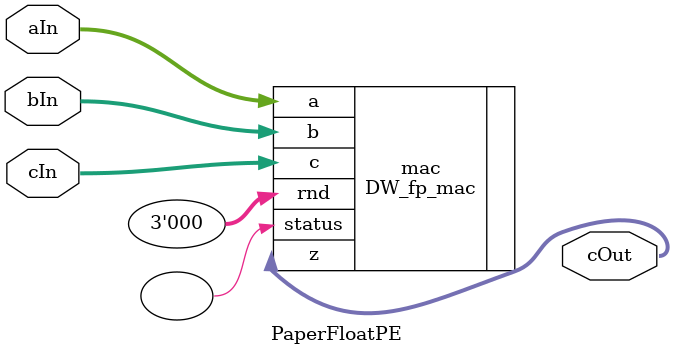
<source format=sv>

module PaperFloatPE #(parameter EXP=5,
                      parameter FRAC=10)
   (input logic [1+EXP+FRAC-1:0] aIn,
    input logic [1+EXP+FRAC-1:0] bIn,
    input logic [1+EXP+FRAC-1:0] cIn,
    output logic [1+EXP+FRAC-1:0] cOut);

  localparam WIDTH = 1 + EXP + FRAC;

  DW_fp_mac #(.sig_width(FRAC),
              .exp_width(EXP),
//              .ieee_compliance(1))
              .ieee_compliance(0))
  mac(.a(aIn),
      .b(bIn),
      .c(cIn),
      .rnd(3'b000), // r2ne
      .z(cOut),
      .status());
endmodule

</source>
